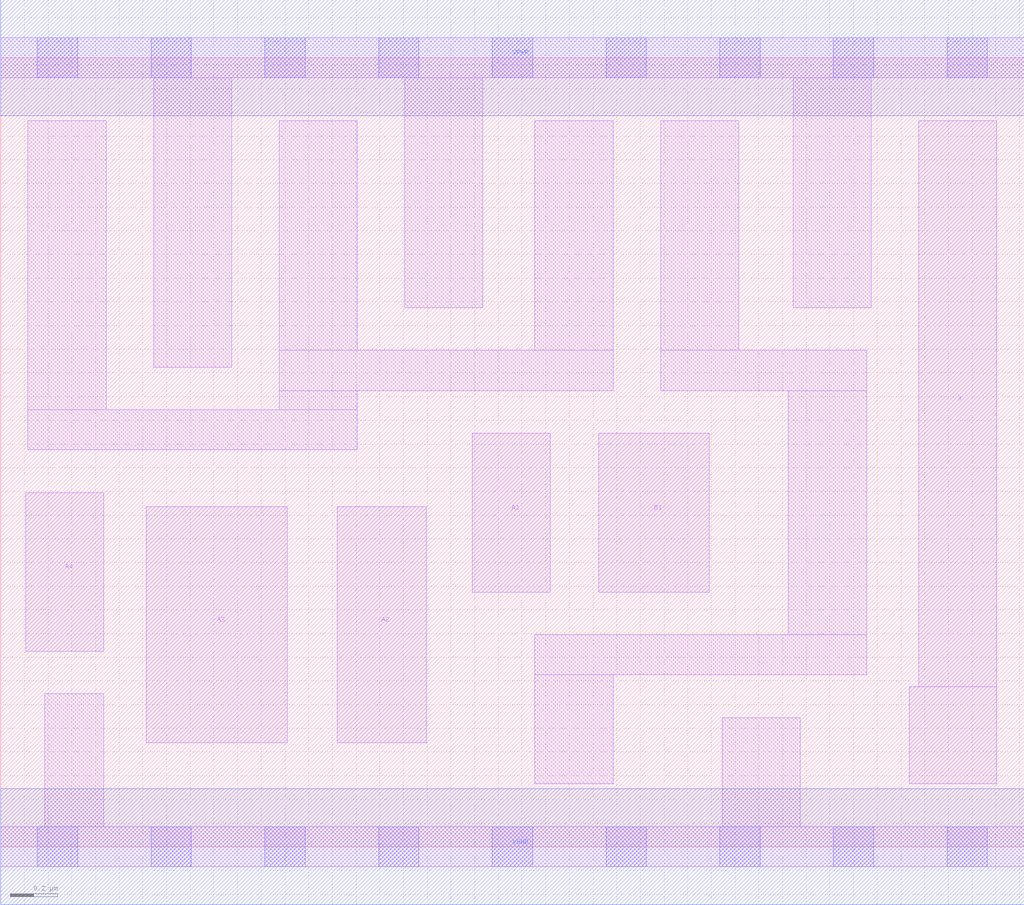
<source format=lef>
# Copyright 2020 The SkyWater PDK Authors
#
# Licensed under the Apache License, Version 2.0 (the "License");
# you may not use this file except in compliance with the License.
# You may obtain a copy of the License at
#
#     https://www.apache.org/licenses/LICENSE-2.0
#
# Unless required by applicable law or agreed to in writing, software
# distributed under the License is distributed on an "AS IS" BASIS,
# WITHOUT WARRANTIES OR CONDITIONS OF ANY KIND, either express or implied.
# See the License for the specific language governing permissions and
# limitations under the License.
#
# SPDX-License-Identifier: Apache-2.0

VERSION 5.7 ;
  NAMESCASESENSITIVE ON ;
  NOWIREEXTENSIONATPIN ON ;
  DIVIDERCHAR "/" ;
  BUSBITCHARS "[]" ;
UNITS
  DATABASE MICRONS 200 ;
END UNITS
MACRO sky130_fd_sc_lp__a41o_lp
  CLASS CORE ;
  SOURCE USER ;
  FOREIGN sky130_fd_sc_lp__a41o_lp ;
  ORIGIN  0.000000  0.000000 ;
  SIZE  4.320000 BY  3.330000 ;
  SYMMETRY X Y R90 ;
  SITE unit ;
  PIN A1
    ANTENNAGATEAREA  0.313000 ;
    DIRECTION INPUT ;
    USE SIGNAL ;
    PORT
      LAYER li1 ;
        RECT 1.990000 1.075000 2.320000 1.745000 ;
    END
  END A1
  PIN A2
    ANTENNAGATEAREA  0.313000 ;
    DIRECTION INPUT ;
    USE SIGNAL ;
    PORT
      LAYER li1 ;
        RECT 1.420000 0.440000 1.795000 1.435000 ;
    END
  END A2
  PIN A3
    ANTENNAGATEAREA  0.313000 ;
    DIRECTION INPUT ;
    USE SIGNAL ;
    PORT
      LAYER li1 ;
        RECT 0.615000 0.440000 1.210000 1.435000 ;
    END
  END A3
  PIN A4
    ANTENNAGATEAREA  0.313000 ;
    DIRECTION INPUT ;
    USE SIGNAL ;
    PORT
      LAYER li1 ;
        RECT 0.105000 0.825000 0.435000 1.495000 ;
    END
  END A4
  PIN B1
    ANTENNAGATEAREA  0.376000 ;
    DIRECTION INPUT ;
    USE SIGNAL ;
    PORT
      LAYER li1 ;
        RECT 2.525000 1.075000 2.990000 1.745000 ;
    END
  END B1
  PIN X
    ANTENNADIFFAREA  0.404700 ;
    DIRECTION OUTPUT ;
    USE SIGNAL ;
    PORT
      LAYER li1 ;
        RECT 3.835000 0.265000 4.205000 0.675000 ;
        RECT 3.875000 0.675000 4.205000 3.065000 ;
    END
  END X
  PIN VGND
    DIRECTION INOUT ;
    USE GROUND ;
    PORT
      LAYER met1 ;
        RECT 0.000000 -0.245000 4.320000 0.245000 ;
    END
  END VGND
  PIN VPWR
    DIRECTION INOUT ;
    USE POWER ;
    PORT
      LAYER met1 ;
        RECT 0.000000 3.085000 4.320000 3.575000 ;
    END
  END VPWR
  OBS
    LAYER li1 ;
      RECT 0.000000 -0.085000 4.320000 0.085000 ;
      RECT 0.000000  3.245000 4.320000 3.415000 ;
      RECT 0.115000  1.675000 1.505000 1.845000 ;
      RECT 0.115000  1.845000 0.445000 3.065000 ;
      RECT 0.185000  0.085000 0.435000 0.645000 ;
      RECT 0.645000  2.025000 0.975000 3.245000 ;
      RECT 1.175000  1.845000 1.505000 1.925000 ;
      RECT 1.175000  1.925000 2.585000 2.095000 ;
      RECT 1.175000  2.095000 1.505000 3.065000 ;
      RECT 1.705000  2.275000 2.035000 3.245000 ;
      RECT 2.255000  0.265000 2.585000 0.725000 ;
      RECT 2.255000  0.725000 3.655000 0.895000 ;
      RECT 2.255000  2.095000 2.585000 3.065000 ;
      RECT 2.785000  1.925000 3.655000 2.095000 ;
      RECT 2.785000  2.095000 3.115000 3.065000 ;
      RECT 3.045000  0.085000 3.375000 0.545000 ;
      RECT 3.325000  0.895000 3.655000 1.925000 ;
      RECT 3.345000  2.275000 3.675000 3.245000 ;
    LAYER mcon ;
      RECT 0.155000 -0.085000 0.325000 0.085000 ;
      RECT 0.155000  3.245000 0.325000 3.415000 ;
      RECT 0.635000 -0.085000 0.805000 0.085000 ;
      RECT 0.635000  3.245000 0.805000 3.415000 ;
      RECT 1.115000 -0.085000 1.285000 0.085000 ;
      RECT 1.115000  3.245000 1.285000 3.415000 ;
      RECT 1.595000 -0.085000 1.765000 0.085000 ;
      RECT 1.595000  3.245000 1.765000 3.415000 ;
      RECT 2.075000 -0.085000 2.245000 0.085000 ;
      RECT 2.075000  3.245000 2.245000 3.415000 ;
      RECT 2.555000 -0.085000 2.725000 0.085000 ;
      RECT 2.555000  3.245000 2.725000 3.415000 ;
      RECT 3.035000 -0.085000 3.205000 0.085000 ;
      RECT 3.035000  3.245000 3.205000 3.415000 ;
      RECT 3.515000 -0.085000 3.685000 0.085000 ;
      RECT 3.515000  3.245000 3.685000 3.415000 ;
      RECT 3.995000 -0.085000 4.165000 0.085000 ;
      RECT 3.995000  3.245000 4.165000 3.415000 ;
  END
END sky130_fd_sc_lp__a41o_lp

</source>
